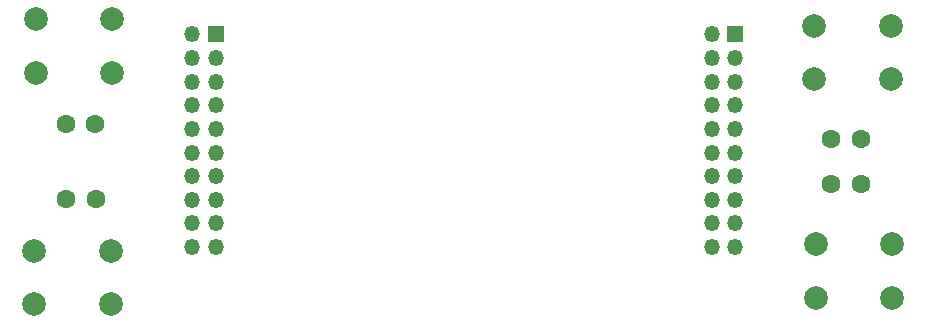
<source format=gbr>
G04 #@! TF.GenerationSoftware,KiCad,Pcbnew,5.1.5+dfsg1-2build2*
G04 #@! TF.CreationDate,2020-12-17T22:11:08-04:00*
G04 #@! TF.ProjectId,prototyping_buttons_daughterboard,70726f74-6f74-4797-9069-6e675f627574,rev?*
G04 #@! TF.SameCoordinates,Original*
G04 #@! TF.FileFunction,Copper,L2,Bot*
G04 #@! TF.FilePolarity,Positive*
%FSLAX46Y46*%
G04 Gerber Fmt 4.6, Leading zero omitted, Abs format (unit mm)*
G04 Created by KiCad (PCBNEW 5.1.5+dfsg1-2build2) date 2020-12-17 22:11:08*
%MOMM*%
%LPD*%
G04 APERTURE LIST*
%ADD10C,2.000000*%
%ADD11O,1.350000X1.350000*%
%ADD12R,1.350000X1.350000*%
%ADD13C,1.600000*%
G04 APERTURE END LIST*
D10*
X143660000Y-71120000D03*
X143660000Y-75620000D03*
X137160000Y-71120000D03*
X137160000Y-75620000D03*
X137010000Y-57150000D03*
X137010000Y-52650000D03*
X143510000Y-57150000D03*
X143510000Y-52650000D03*
X70970000Y-76200000D03*
X70970000Y-71700000D03*
X77470000Y-76200000D03*
X77470000Y-71700000D03*
X77620000Y-52070000D03*
X77620000Y-56570000D03*
X71120000Y-52070000D03*
X71120000Y-56570000D03*
D11*
X128360000Y-71340000D03*
X130360000Y-71340000D03*
X128360000Y-69340000D03*
X130360000Y-69340000D03*
X128360000Y-67340000D03*
X130360000Y-67340000D03*
X128360000Y-65340000D03*
X130360000Y-65340000D03*
X128360000Y-63340000D03*
X130360000Y-63340000D03*
X128360000Y-61340000D03*
X130360000Y-61340000D03*
X128360000Y-59340000D03*
X130360000Y-59340000D03*
X128360000Y-57340000D03*
X130360000Y-57340000D03*
X128360000Y-55340000D03*
X130360000Y-55340000D03*
X128360000Y-53340000D03*
D12*
X130360000Y-53340000D03*
D11*
X84360000Y-71340000D03*
X86360000Y-71340000D03*
X84360000Y-69340000D03*
X86360000Y-69340000D03*
X84360000Y-67340000D03*
X86360000Y-67340000D03*
X84360000Y-65340000D03*
X86360000Y-65340000D03*
X84360000Y-63340000D03*
X86360000Y-63340000D03*
X84360000Y-61340000D03*
X86360000Y-61340000D03*
X84360000Y-59340000D03*
X86360000Y-59340000D03*
X84360000Y-57340000D03*
X86360000Y-57340000D03*
X84360000Y-55340000D03*
X86360000Y-55340000D03*
X84360000Y-53340000D03*
D12*
X86360000Y-53340000D03*
D13*
X140970000Y-66040000D03*
X138470000Y-66040000D03*
X138470000Y-62230000D03*
X140970000Y-62230000D03*
X73700000Y-67310000D03*
X76200000Y-67310000D03*
X76160000Y-60960000D03*
X73660000Y-60960000D03*
M02*

</source>
